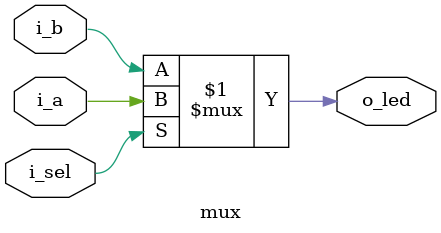
<source format=v>
/*
    Multiplexer
    -----------

            FPGA
            +---------------+
            |               |
      i_sel |   +-+         |
    --------+---|  \        |
      i_a   |   |   \       |
    --------+---|   |       |  o_led
      i_b   |   |   +-------+---------
    --------+---|   |       |
            |   |   /       |
            |   |  /        |
            |   +-+         |
            |               |
            +---------------+

*/

`default_nettype none

module mux(i_a, i_b, i_sel, o_led);
    input wire i_a, i_b, i_sel;
    output wire o_led;

    assign o_led = i_sel ? i_a : i_b;

endmodule

</source>
